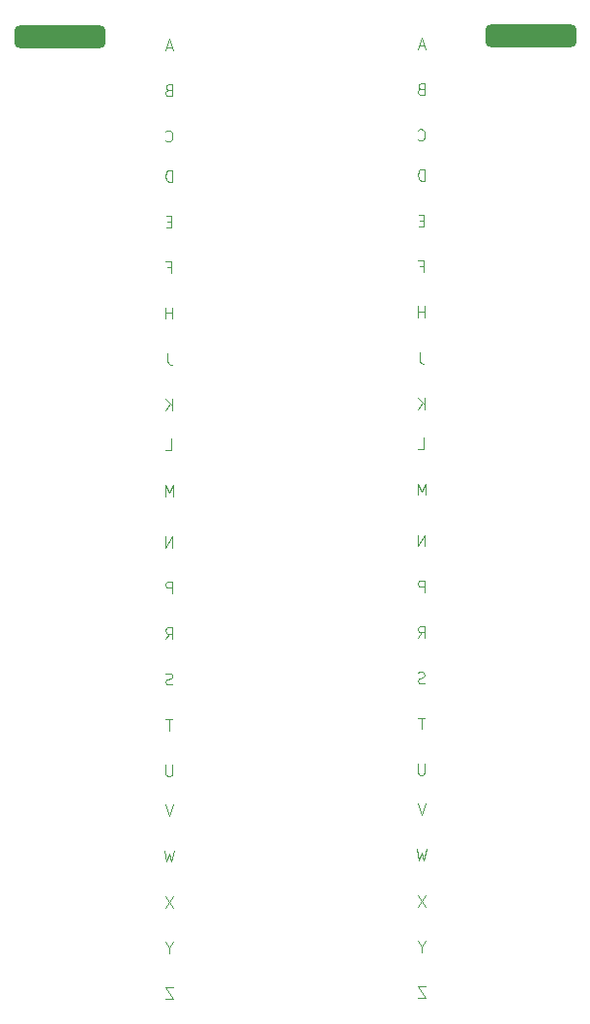
<source format=gbr>
%TF.GenerationSoftware,KiCad,Pcbnew,8.0.3-8.0.3-0~ubuntu24.04.1*%
%TF.CreationDate,2024-07-14T13:10:06-07:00*%
%TF.ProjectId,interconnect,696e7465-7263-46f6-9e6e-6563742e6b69,rev?*%
%TF.SameCoordinates,Original*%
%TF.FileFunction,Legend,Bot*%
%TF.FilePolarity,Positive*%
%FSLAX46Y46*%
G04 Gerber Fmt 4.6, Leading zero omitted, Abs format (unit mm)*
G04 Created by KiCad (PCBNEW 8.0.3-8.0.3-0~ubuntu24.04.1) date 2024-07-14 13:10:06*
%MOMM*%
%LPD*%
G01*
G04 APERTURE LIST*
G04 Aperture macros list*
%AMRoundRect*
0 Rectangle with rounded corners*
0 $1 Rounding radius*
0 $2 $3 $4 $5 $6 $7 $8 $9 X,Y pos of 4 corners*
0 Add a 4 corners polygon primitive as box body*
4,1,4,$2,$3,$4,$5,$6,$7,$8,$9,$2,$3,0*
0 Add four circle primitives for the rounded corners*
1,1,$1+$1,$2,$3*
1,1,$1+$1,$4,$5*
1,1,$1+$1,$6,$7*
1,1,$1+$1,$8,$9*
0 Add four rect primitives between the rounded corners*
20,1,$1+$1,$2,$3,$4,$5,0*
20,1,$1+$1,$4,$5,$6,$7,0*
20,1,$1+$1,$6,$7,$8,$9,0*
20,1,$1+$1,$8,$9,$2,$3,0*%
G04 Aperture macros list end*
%ADD10C,0.100000*%
%ADD11RoundRect,0.500000X-3.500000X-0.500000X3.500000X-0.500000X3.500000X0.500000X-3.500000X0.500000X0*%
G04 APERTURE END LIST*
D10*
X119073734Y-141682419D02*
X118407068Y-141682419D01*
X118407068Y-141682419D02*
X119073734Y-142682419D01*
X119073734Y-142682419D02*
X118407068Y-142682419D01*
X118597544Y-86182419D02*
X118597544Y-86896704D01*
X118597544Y-86896704D02*
X118645163Y-87039561D01*
X118645163Y-87039561D02*
X118740401Y-87134800D01*
X118740401Y-87134800D02*
X118883258Y-87182419D01*
X118883258Y-87182419D02*
X118978496Y-87182419D01*
X119073734Y-125682419D02*
X118740401Y-126682419D01*
X118740401Y-126682419D02*
X118407068Y-125682419D01*
X119026115Y-103182419D02*
X119026115Y-102182419D01*
X119026115Y-102182419D02*
X118454687Y-103182419D01*
X118454687Y-103182419D02*
X118454687Y-102182419D01*
X119026115Y-122182419D02*
X119026115Y-122991942D01*
X119026115Y-122991942D02*
X118978496Y-123087180D01*
X118978496Y-123087180D02*
X118930877Y-123134800D01*
X118930877Y-123134800D02*
X118835639Y-123182419D01*
X118835639Y-123182419D02*
X118645163Y-123182419D01*
X118645163Y-123182419D02*
X118549925Y-123134800D01*
X118549925Y-123134800D02*
X118502306Y-123087180D01*
X118502306Y-123087180D02*
X118454687Y-122991942D01*
X118454687Y-122991942D02*
X118454687Y-122182419D01*
X119002305Y-107182419D02*
X119002305Y-106182419D01*
X119002305Y-106182419D02*
X118621353Y-106182419D01*
X118621353Y-106182419D02*
X118526115Y-106230038D01*
X118526115Y-106230038D02*
X118478496Y-106277657D01*
X118478496Y-106277657D02*
X118430877Y-106372895D01*
X118430877Y-106372895D02*
X118430877Y-106515752D01*
X118430877Y-106515752D02*
X118478496Y-106610990D01*
X118478496Y-106610990D02*
X118526115Y-106658609D01*
X118526115Y-106658609D02*
X118621353Y-106706228D01*
X118621353Y-106706228D02*
X119002305Y-106706228D01*
X118978496Y-59396704D02*
X118502306Y-59396704D01*
X119073734Y-59682419D02*
X118740401Y-58682419D01*
X118740401Y-58682419D02*
X118407068Y-59682419D01*
X119026115Y-115134800D02*
X118883258Y-115182419D01*
X118883258Y-115182419D02*
X118645163Y-115182419D01*
X118645163Y-115182419D02*
X118549925Y-115134800D01*
X118549925Y-115134800D02*
X118502306Y-115087180D01*
X118502306Y-115087180D02*
X118454687Y-114991942D01*
X118454687Y-114991942D02*
X118454687Y-114896704D01*
X118454687Y-114896704D02*
X118502306Y-114801466D01*
X118502306Y-114801466D02*
X118549925Y-114753847D01*
X118549925Y-114753847D02*
X118645163Y-114706228D01*
X118645163Y-114706228D02*
X118835639Y-114658609D01*
X118835639Y-114658609D02*
X118930877Y-114610990D01*
X118930877Y-114610990D02*
X118978496Y-114563371D01*
X118978496Y-114563371D02*
X119026115Y-114468133D01*
X119026115Y-114468133D02*
X119026115Y-114372895D01*
X119026115Y-114372895D02*
X118978496Y-114277657D01*
X118978496Y-114277657D02*
X118930877Y-114230038D01*
X118930877Y-114230038D02*
X118835639Y-114182419D01*
X118835639Y-114182419D02*
X118597544Y-114182419D01*
X118597544Y-114182419D02*
X118454687Y-114230038D01*
X118740401Y-138206228D02*
X118740401Y-138682419D01*
X119073734Y-137682419D02*
X118740401Y-138206228D01*
X118740401Y-138206228D02*
X118407068Y-137682419D01*
X118430877Y-94682419D02*
X118907067Y-94682419D01*
X118907067Y-94682419D02*
X118907067Y-93682419D01*
X119002305Y-71182419D02*
X119002305Y-70182419D01*
X119002305Y-70182419D02*
X118764210Y-70182419D01*
X118764210Y-70182419D02*
X118621353Y-70230038D01*
X118621353Y-70230038D02*
X118526115Y-70325276D01*
X118526115Y-70325276D02*
X118478496Y-70420514D01*
X118478496Y-70420514D02*
X118430877Y-70610990D01*
X118430877Y-70610990D02*
X118430877Y-70753847D01*
X118430877Y-70753847D02*
X118478496Y-70944323D01*
X118478496Y-70944323D02*
X118526115Y-71039561D01*
X118526115Y-71039561D02*
X118621353Y-71134800D01*
X118621353Y-71134800D02*
X118764210Y-71182419D01*
X118764210Y-71182419D02*
X119002305Y-71182419D01*
X118430877Y-111182419D02*
X118764210Y-110706228D01*
X119002305Y-111182419D02*
X119002305Y-110182419D01*
X119002305Y-110182419D02*
X118621353Y-110182419D01*
X118621353Y-110182419D02*
X118526115Y-110230038D01*
X118526115Y-110230038D02*
X118478496Y-110277657D01*
X118478496Y-110277657D02*
X118430877Y-110372895D01*
X118430877Y-110372895D02*
X118430877Y-110515752D01*
X118430877Y-110515752D02*
X118478496Y-110610990D01*
X118478496Y-110610990D02*
X118526115Y-110658609D01*
X118526115Y-110658609D02*
X118621353Y-110706228D01*
X118621353Y-110706228D02*
X119002305Y-110706228D01*
X119073734Y-98682419D02*
X119073734Y-97682419D01*
X119073734Y-97682419D02*
X118740401Y-98396704D01*
X118740401Y-98396704D02*
X118407068Y-97682419D01*
X118407068Y-97682419D02*
X118407068Y-98682419D01*
X119168972Y-129682419D02*
X118930877Y-130682419D01*
X118930877Y-130682419D02*
X118740401Y-129968133D01*
X118740401Y-129968133D02*
X118549925Y-130682419D01*
X118549925Y-130682419D02*
X118311830Y-129682419D01*
X119026115Y-83182419D02*
X119026115Y-82182419D01*
X119026115Y-82658609D02*
X118454687Y-82658609D01*
X118454687Y-83182419D02*
X118454687Y-82182419D01*
X118597544Y-78658609D02*
X118930877Y-78658609D01*
X118930877Y-79182419D02*
X118930877Y-78182419D01*
X118930877Y-78182419D02*
X118454687Y-78182419D01*
X119002305Y-91182419D02*
X119002305Y-90182419D01*
X118430877Y-91182419D02*
X118859448Y-90610990D01*
X118430877Y-90182419D02*
X119002305Y-90753847D01*
X119026115Y-118182419D02*
X118454687Y-118182419D01*
X118740401Y-119182419D02*
X118740401Y-118182419D01*
X118954686Y-74658609D02*
X118621353Y-74658609D01*
X118478496Y-75182419D02*
X118954686Y-75182419D01*
X118954686Y-75182419D02*
X118954686Y-74182419D01*
X118954686Y-74182419D02*
X118478496Y-74182419D01*
X118668972Y-63158609D02*
X118526115Y-63206228D01*
X118526115Y-63206228D02*
X118478496Y-63253847D01*
X118478496Y-63253847D02*
X118430877Y-63349085D01*
X118430877Y-63349085D02*
X118430877Y-63491942D01*
X118430877Y-63491942D02*
X118478496Y-63587180D01*
X118478496Y-63587180D02*
X118526115Y-63634800D01*
X118526115Y-63634800D02*
X118621353Y-63682419D01*
X118621353Y-63682419D02*
X119002305Y-63682419D01*
X119002305Y-63682419D02*
X119002305Y-62682419D01*
X119002305Y-62682419D02*
X118668972Y-62682419D01*
X118668972Y-62682419D02*
X118573734Y-62730038D01*
X118573734Y-62730038D02*
X118526115Y-62777657D01*
X118526115Y-62777657D02*
X118478496Y-62872895D01*
X118478496Y-62872895D02*
X118478496Y-62968133D01*
X118478496Y-62968133D02*
X118526115Y-63063371D01*
X118526115Y-63063371D02*
X118573734Y-63110990D01*
X118573734Y-63110990D02*
X118668972Y-63158609D01*
X118668972Y-63158609D02*
X119002305Y-63158609D01*
X118430877Y-67587180D02*
X118478496Y-67634800D01*
X118478496Y-67634800D02*
X118621353Y-67682419D01*
X118621353Y-67682419D02*
X118716591Y-67682419D01*
X118716591Y-67682419D02*
X118859448Y-67634800D01*
X118859448Y-67634800D02*
X118954686Y-67539561D01*
X118954686Y-67539561D02*
X119002305Y-67444323D01*
X119002305Y-67444323D02*
X119049924Y-67253847D01*
X119049924Y-67253847D02*
X119049924Y-67110990D01*
X119049924Y-67110990D02*
X119002305Y-66920514D01*
X119002305Y-66920514D02*
X118954686Y-66825276D01*
X118954686Y-66825276D02*
X118859448Y-66730038D01*
X118859448Y-66730038D02*
X118716591Y-66682419D01*
X118716591Y-66682419D02*
X118621353Y-66682419D01*
X118621353Y-66682419D02*
X118478496Y-66730038D01*
X118478496Y-66730038D02*
X118430877Y-66777657D01*
X119073734Y-133682419D02*
X118407068Y-134682419D01*
X118407068Y-133682419D02*
X119073734Y-134682419D01*
X141258169Y-129582419D02*
X141020074Y-130582419D01*
X141020074Y-130582419D02*
X140829598Y-129868133D01*
X140829598Y-129868133D02*
X140639122Y-130582419D01*
X140639122Y-130582419D02*
X140401027Y-129582419D01*
X141067693Y-59296704D02*
X140591503Y-59296704D01*
X141162931Y-59582419D02*
X140829598Y-58582419D01*
X140829598Y-58582419D02*
X140496265Y-59582419D01*
X141115312Y-103082419D02*
X141115312Y-102082419D01*
X141115312Y-102082419D02*
X140543884Y-103082419D01*
X140543884Y-103082419D02*
X140543884Y-102082419D01*
X141162931Y-125582419D02*
X140829598Y-126582419D01*
X140829598Y-126582419D02*
X140496265Y-125582419D01*
X141115312Y-122082419D02*
X141115312Y-122891942D01*
X141115312Y-122891942D02*
X141067693Y-122987180D01*
X141067693Y-122987180D02*
X141020074Y-123034800D01*
X141020074Y-123034800D02*
X140924836Y-123082419D01*
X140924836Y-123082419D02*
X140734360Y-123082419D01*
X140734360Y-123082419D02*
X140639122Y-123034800D01*
X140639122Y-123034800D02*
X140591503Y-122987180D01*
X140591503Y-122987180D02*
X140543884Y-122891942D01*
X140543884Y-122891942D02*
X140543884Y-122082419D01*
X141091503Y-91082419D02*
X141091503Y-90082419D01*
X140520075Y-91082419D02*
X140948646Y-90510990D01*
X140520075Y-90082419D02*
X141091503Y-90653847D01*
X140520075Y-111082419D02*
X140853408Y-110606228D01*
X141091503Y-111082419D02*
X141091503Y-110082419D01*
X141091503Y-110082419D02*
X140710551Y-110082419D01*
X140710551Y-110082419D02*
X140615313Y-110130038D01*
X140615313Y-110130038D02*
X140567694Y-110177657D01*
X140567694Y-110177657D02*
X140520075Y-110272895D01*
X140520075Y-110272895D02*
X140520075Y-110415752D01*
X140520075Y-110415752D02*
X140567694Y-110510990D01*
X140567694Y-110510990D02*
X140615313Y-110558609D01*
X140615313Y-110558609D02*
X140710551Y-110606228D01*
X140710551Y-110606228D02*
X141091503Y-110606228D01*
X141162931Y-141582419D02*
X140496265Y-141582419D01*
X140496265Y-141582419D02*
X141162931Y-142582419D01*
X141162931Y-142582419D02*
X140496265Y-142582419D01*
X141091503Y-107082419D02*
X141091503Y-106082419D01*
X141091503Y-106082419D02*
X140710551Y-106082419D01*
X140710551Y-106082419D02*
X140615313Y-106130038D01*
X140615313Y-106130038D02*
X140567694Y-106177657D01*
X140567694Y-106177657D02*
X140520075Y-106272895D01*
X140520075Y-106272895D02*
X140520075Y-106415752D01*
X140520075Y-106415752D02*
X140567694Y-106510990D01*
X140567694Y-106510990D02*
X140615313Y-106558609D01*
X140615313Y-106558609D02*
X140710551Y-106606228D01*
X140710551Y-106606228D02*
X141091503Y-106606228D01*
X140520075Y-67487180D02*
X140567694Y-67534800D01*
X140567694Y-67534800D02*
X140710551Y-67582419D01*
X140710551Y-67582419D02*
X140805789Y-67582419D01*
X140805789Y-67582419D02*
X140948646Y-67534800D01*
X140948646Y-67534800D02*
X141043884Y-67439561D01*
X141043884Y-67439561D02*
X141091503Y-67344323D01*
X141091503Y-67344323D02*
X141139122Y-67153847D01*
X141139122Y-67153847D02*
X141139122Y-67010990D01*
X141139122Y-67010990D02*
X141091503Y-66820514D01*
X141091503Y-66820514D02*
X141043884Y-66725276D01*
X141043884Y-66725276D02*
X140948646Y-66630038D01*
X140948646Y-66630038D02*
X140805789Y-66582419D01*
X140805789Y-66582419D02*
X140710551Y-66582419D01*
X140710551Y-66582419D02*
X140567694Y-66630038D01*
X140567694Y-66630038D02*
X140520075Y-66677657D01*
X141115312Y-118082419D02*
X140543884Y-118082419D01*
X140829598Y-119082419D02*
X140829598Y-118082419D01*
X140520075Y-94582419D02*
X140996265Y-94582419D01*
X140996265Y-94582419D02*
X140996265Y-93582419D01*
X141115312Y-115034800D02*
X140972455Y-115082419D01*
X140972455Y-115082419D02*
X140734360Y-115082419D01*
X140734360Y-115082419D02*
X140639122Y-115034800D01*
X140639122Y-115034800D02*
X140591503Y-114987180D01*
X140591503Y-114987180D02*
X140543884Y-114891942D01*
X140543884Y-114891942D02*
X140543884Y-114796704D01*
X140543884Y-114796704D02*
X140591503Y-114701466D01*
X140591503Y-114701466D02*
X140639122Y-114653847D01*
X140639122Y-114653847D02*
X140734360Y-114606228D01*
X140734360Y-114606228D02*
X140924836Y-114558609D01*
X140924836Y-114558609D02*
X141020074Y-114510990D01*
X141020074Y-114510990D02*
X141067693Y-114463371D01*
X141067693Y-114463371D02*
X141115312Y-114368133D01*
X141115312Y-114368133D02*
X141115312Y-114272895D01*
X141115312Y-114272895D02*
X141067693Y-114177657D01*
X141067693Y-114177657D02*
X141020074Y-114130038D01*
X141020074Y-114130038D02*
X140924836Y-114082419D01*
X140924836Y-114082419D02*
X140686741Y-114082419D01*
X140686741Y-114082419D02*
X140543884Y-114130038D01*
X141115312Y-83082419D02*
X141115312Y-82082419D01*
X141115312Y-82558609D02*
X140543884Y-82558609D01*
X140543884Y-83082419D02*
X140543884Y-82082419D01*
X141043884Y-74558609D02*
X140710551Y-74558609D01*
X140567694Y-75082419D02*
X141043884Y-75082419D01*
X141043884Y-75082419D02*
X141043884Y-74082419D01*
X141043884Y-74082419D02*
X140567694Y-74082419D01*
X140758170Y-63058609D02*
X140615313Y-63106228D01*
X140615313Y-63106228D02*
X140567694Y-63153847D01*
X140567694Y-63153847D02*
X140520075Y-63249085D01*
X140520075Y-63249085D02*
X140520075Y-63391942D01*
X140520075Y-63391942D02*
X140567694Y-63487180D01*
X140567694Y-63487180D02*
X140615313Y-63534800D01*
X140615313Y-63534800D02*
X140710551Y-63582419D01*
X140710551Y-63582419D02*
X141091503Y-63582419D01*
X141091503Y-63582419D02*
X141091503Y-62582419D01*
X141091503Y-62582419D02*
X140758170Y-62582419D01*
X140758170Y-62582419D02*
X140662932Y-62630038D01*
X140662932Y-62630038D02*
X140615313Y-62677657D01*
X140615313Y-62677657D02*
X140567694Y-62772895D01*
X140567694Y-62772895D02*
X140567694Y-62868133D01*
X140567694Y-62868133D02*
X140615313Y-62963371D01*
X140615313Y-62963371D02*
X140662932Y-63010990D01*
X140662932Y-63010990D02*
X140758170Y-63058609D01*
X140758170Y-63058609D02*
X141091503Y-63058609D01*
X140829598Y-138106228D02*
X140829598Y-138582419D01*
X141162931Y-137582419D02*
X140829598Y-138106228D01*
X140829598Y-138106228D02*
X140496265Y-137582419D01*
X140686741Y-86082419D02*
X140686741Y-86796704D01*
X140686741Y-86796704D02*
X140734360Y-86939561D01*
X140734360Y-86939561D02*
X140829598Y-87034800D01*
X140829598Y-87034800D02*
X140972455Y-87082419D01*
X140972455Y-87082419D02*
X141067693Y-87082419D01*
X140686741Y-78558609D02*
X141020074Y-78558609D01*
X141020074Y-79082419D02*
X141020074Y-78082419D01*
X141020074Y-78082419D02*
X140543884Y-78082419D01*
X141091503Y-71082419D02*
X141091503Y-70082419D01*
X141091503Y-70082419D02*
X140853408Y-70082419D01*
X140853408Y-70082419D02*
X140710551Y-70130038D01*
X140710551Y-70130038D02*
X140615313Y-70225276D01*
X140615313Y-70225276D02*
X140567694Y-70320514D01*
X140567694Y-70320514D02*
X140520075Y-70510990D01*
X140520075Y-70510990D02*
X140520075Y-70653847D01*
X140520075Y-70653847D02*
X140567694Y-70844323D01*
X140567694Y-70844323D02*
X140615313Y-70939561D01*
X140615313Y-70939561D02*
X140710551Y-71034800D01*
X140710551Y-71034800D02*
X140853408Y-71082419D01*
X140853408Y-71082419D02*
X141091503Y-71082419D01*
X141162931Y-133582419D02*
X140496265Y-134582419D01*
X140496265Y-133582419D02*
X141162931Y-134582419D01*
X141162931Y-98582419D02*
X141162931Y-97582419D01*
X141162931Y-97582419D02*
X140829598Y-98296704D01*
X140829598Y-98296704D02*
X140496265Y-97582419D01*
X140496265Y-97582419D02*
X140496265Y-98582419D01*
D11*
%TO.C,J1*%
X109180000Y-58510000D03*
%TD*%
%TO.C,J2*%
X150390000Y-58410000D03*
%TD*%
M02*

</source>
